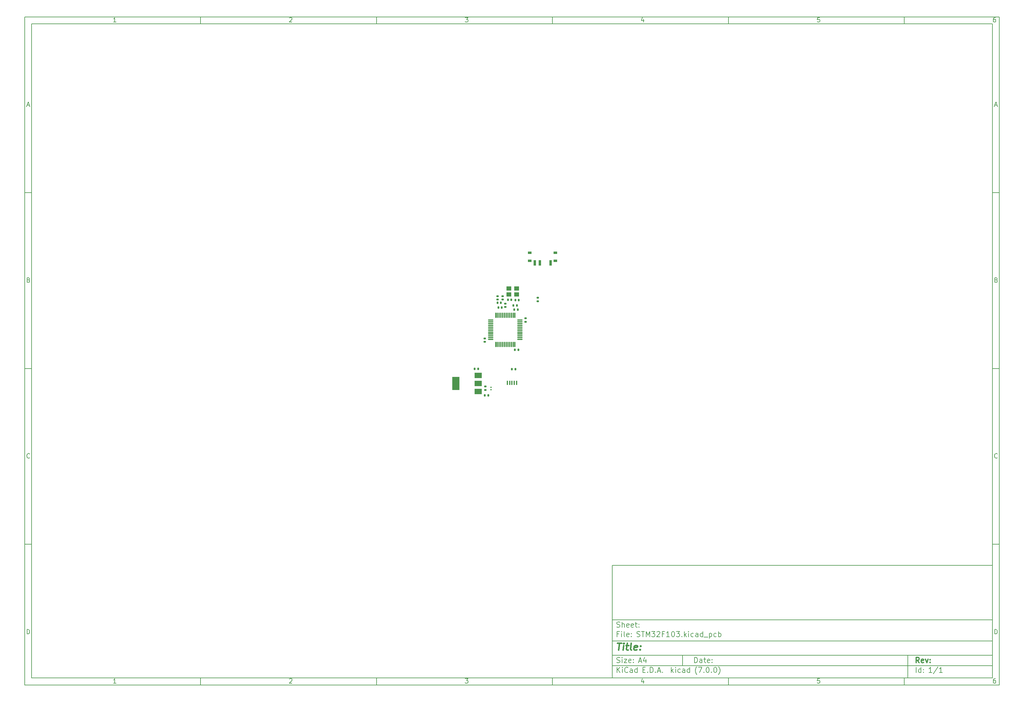
<source format=gbr>
%TF.GenerationSoftware,KiCad,Pcbnew,(7.0.0)*%
%TF.CreationDate,2023-03-08T00:24:42-05:00*%
%TF.ProjectId,STM32F103,53544d33-3246-4313-9033-2e6b69636164,rev?*%
%TF.SameCoordinates,Original*%
%TF.FileFunction,Paste,Top*%
%TF.FilePolarity,Positive*%
%FSLAX46Y46*%
G04 Gerber Fmt 4.6, Leading zero omitted, Abs format (unit mm)*
G04 Created by KiCad (PCBNEW (7.0.0)) date 2023-03-08 00:24:42*
%MOMM*%
%LPD*%
G01*
G04 APERTURE LIST*
G04 Aperture macros list*
%AMRoundRect*
0 Rectangle with rounded corners*
0 $1 Rounding radius*
0 $2 $3 $4 $5 $6 $7 $8 $9 X,Y pos of 4 corners*
0 Add a 4 corners polygon primitive as box body*
4,1,4,$2,$3,$4,$5,$6,$7,$8,$9,$2,$3,0*
0 Add four circle primitives for the rounded corners*
1,1,$1+$1,$2,$3*
1,1,$1+$1,$4,$5*
1,1,$1+$1,$6,$7*
1,1,$1+$1,$8,$9*
0 Add four rect primitives between the rounded corners*
20,1,$1+$1,$2,$3,$4,$5,0*
20,1,$1+$1,$4,$5,$6,$7,0*
20,1,$1+$1,$6,$7,$8,$9,0*
20,1,$1+$1,$8,$9,$2,$3,0*%
G04 Aperture macros list end*
%ADD10C,0.100000*%
%ADD11C,0.150000*%
%ADD12C,0.300000*%
%ADD13C,0.400000*%
%ADD14RoundRect,0.140000X0.140000X0.170000X-0.140000X0.170000X-0.140000X-0.170000X0.140000X-0.170000X0*%
%ADD15RoundRect,0.079500X0.100500X-0.079500X0.100500X0.079500X-0.100500X0.079500X-0.100500X-0.079500X0*%
%ADD16RoundRect,0.140000X-0.140000X-0.170000X0.140000X-0.170000X0.140000X0.170000X-0.140000X0.170000X0*%
%ADD17RoundRect,0.140000X-0.170000X0.140000X-0.170000X-0.140000X0.170000X-0.140000X0.170000X0.140000X0*%
%ADD18RoundRect,0.135000X-0.185000X0.135000X-0.185000X-0.135000X0.185000X-0.135000X0.185000X0.135000X0*%
%ADD19RoundRect,0.135000X0.135000X0.185000X-0.135000X0.185000X-0.135000X-0.185000X0.135000X-0.185000X0*%
%ADD20RoundRect,0.147500X-0.172500X0.147500X-0.172500X-0.147500X0.172500X-0.147500X0.172500X0.147500X0*%
%ADD21RoundRect,0.140000X0.170000X-0.140000X0.170000X0.140000X-0.170000X0.140000X-0.170000X-0.140000X0*%
%ADD22RoundRect,0.075000X-0.075000X0.662500X-0.075000X-0.662500X0.075000X-0.662500X0.075000X0.662500X0*%
%ADD23RoundRect,0.075000X-0.662500X0.075000X-0.662500X-0.075000X0.662500X-0.075000X0.662500X0.075000X0*%
%ADD24R,2.000000X1.500000*%
%ADD25R,2.000000X3.800000*%
%ADD26R,1.400000X1.200000*%
%ADD27R,1.000000X0.800000*%
%ADD28R,0.700000X1.500000*%
%ADD29R,0.450000X1.300000*%
G04 APERTURE END LIST*
D10*
D11*
X177002200Y-166007200D02*
X285002200Y-166007200D01*
X285002200Y-198007200D01*
X177002200Y-198007200D01*
X177002200Y-166007200D01*
D10*
D11*
X10000000Y-10000000D02*
X287002200Y-10000000D01*
X287002200Y-200007200D01*
X10000000Y-200007200D01*
X10000000Y-10000000D01*
D10*
D11*
X12000000Y-12000000D02*
X285002200Y-12000000D01*
X285002200Y-198007200D01*
X12000000Y-198007200D01*
X12000000Y-12000000D01*
D10*
D11*
X60000000Y-12000000D02*
X60000000Y-10000000D01*
D10*
D11*
X110000000Y-12000000D02*
X110000000Y-10000000D01*
D10*
D11*
X160000000Y-12000000D02*
X160000000Y-10000000D01*
D10*
D11*
X210000000Y-12000000D02*
X210000000Y-10000000D01*
D10*
D11*
X260000000Y-12000000D02*
X260000000Y-10000000D01*
D10*
D11*
X35990476Y-11477595D02*
X35247619Y-11477595D01*
X35619047Y-11477595D02*
X35619047Y-10177595D01*
X35619047Y-10177595D02*
X35495238Y-10363309D01*
X35495238Y-10363309D02*
X35371428Y-10487119D01*
X35371428Y-10487119D02*
X35247619Y-10549023D01*
D10*
D11*
X85247619Y-10301404D02*
X85309523Y-10239500D01*
X85309523Y-10239500D02*
X85433333Y-10177595D01*
X85433333Y-10177595D02*
X85742857Y-10177595D01*
X85742857Y-10177595D02*
X85866666Y-10239500D01*
X85866666Y-10239500D02*
X85928571Y-10301404D01*
X85928571Y-10301404D02*
X85990476Y-10425214D01*
X85990476Y-10425214D02*
X85990476Y-10549023D01*
X85990476Y-10549023D02*
X85928571Y-10734738D01*
X85928571Y-10734738D02*
X85185714Y-11477595D01*
X85185714Y-11477595D02*
X85990476Y-11477595D01*
D10*
D11*
X135185714Y-10177595D02*
X135990476Y-10177595D01*
X135990476Y-10177595D02*
X135557142Y-10672833D01*
X135557142Y-10672833D02*
X135742857Y-10672833D01*
X135742857Y-10672833D02*
X135866666Y-10734738D01*
X135866666Y-10734738D02*
X135928571Y-10796642D01*
X135928571Y-10796642D02*
X135990476Y-10920452D01*
X135990476Y-10920452D02*
X135990476Y-11229976D01*
X135990476Y-11229976D02*
X135928571Y-11353785D01*
X135928571Y-11353785D02*
X135866666Y-11415690D01*
X135866666Y-11415690D02*
X135742857Y-11477595D01*
X135742857Y-11477595D02*
X135371428Y-11477595D01*
X135371428Y-11477595D02*
X135247619Y-11415690D01*
X135247619Y-11415690D02*
X135185714Y-11353785D01*
D10*
D11*
X185866666Y-10610928D02*
X185866666Y-11477595D01*
X185557142Y-10115690D02*
X185247619Y-11044261D01*
X185247619Y-11044261D02*
X186052380Y-11044261D01*
D10*
D11*
X235928571Y-10177595D02*
X235309523Y-10177595D01*
X235309523Y-10177595D02*
X235247619Y-10796642D01*
X235247619Y-10796642D02*
X235309523Y-10734738D01*
X235309523Y-10734738D02*
X235433333Y-10672833D01*
X235433333Y-10672833D02*
X235742857Y-10672833D01*
X235742857Y-10672833D02*
X235866666Y-10734738D01*
X235866666Y-10734738D02*
X235928571Y-10796642D01*
X235928571Y-10796642D02*
X235990476Y-10920452D01*
X235990476Y-10920452D02*
X235990476Y-11229976D01*
X235990476Y-11229976D02*
X235928571Y-11353785D01*
X235928571Y-11353785D02*
X235866666Y-11415690D01*
X235866666Y-11415690D02*
X235742857Y-11477595D01*
X235742857Y-11477595D02*
X235433333Y-11477595D01*
X235433333Y-11477595D02*
X235309523Y-11415690D01*
X235309523Y-11415690D02*
X235247619Y-11353785D01*
D10*
D11*
X285866666Y-10177595D02*
X285619047Y-10177595D01*
X285619047Y-10177595D02*
X285495238Y-10239500D01*
X285495238Y-10239500D02*
X285433333Y-10301404D01*
X285433333Y-10301404D02*
X285309523Y-10487119D01*
X285309523Y-10487119D02*
X285247619Y-10734738D01*
X285247619Y-10734738D02*
X285247619Y-11229976D01*
X285247619Y-11229976D02*
X285309523Y-11353785D01*
X285309523Y-11353785D02*
X285371428Y-11415690D01*
X285371428Y-11415690D02*
X285495238Y-11477595D01*
X285495238Y-11477595D02*
X285742857Y-11477595D01*
X285742857Y-11477595D02*
X285866666Y-11415690D01*
X285866666Y-11415690D02*
X285928571Y-11353785D01*
X285928571Y-11353785D02*
X285990476Y-11229976D01*
X285990476Y-11229976D02*
X285990476Y-10920452D01*
X285990476Y-10920452D02*
X285928571Y-10796642D01*
X285928571Y-10796642D02*
X285866666Y-10734738D01*
X285866666Y-10734738D02*
X285742857Y-10672833D01*
X285742857Y-10672833D02*
X285495238Y-10672833D01*
X285495238Y-10672833D02*
X285371428Y-10734738D01*
X285371428Y-10734738D02*
X285309523Y-10796642D01*
X285309523Y-10796642D02*
X285247619Y-10920452D01*
D10*
D11*
X60000000Y-198007200D02*
X60000000Y-200007200D01*
D10*
D11*
X110000000Y-198007200D02*
X110000000Y-200007200D01*
D10*
D11*
X160000000Y-198007200D02*
X160000000Y-200007200D01*
D10*
D11*
X210000000Y-198007200D02*
X210000000Y-200007200D01*
D10*
D11*
X260000000Y-198007200D02*
X260000000Y-200007200D01*
D10*
D11*
X35990476Y-199484795D02*
X35247619Y-199484795D01*
X35619047Y-199484795D02*
X35619047Y-198184795D01*
X35619047Y-198184795D02*
X35495238Y-198370509D01*
X35495238Y-198370509D02*
X35371428Y-198494319D01*
X35371428Y-198494319D02*
X35247619Y-198556223D01*
D10*
D11*
X85247619Y-198308604D02*
X85309523Y-198246700D01*
X85309523Y-198246700D02*
X85433333Y-198184795D01*
X85433333Y-198184795D02*
X85742857Y-198184795D01*
X85742857Y-198184795D02*
X85866666Y-198246700D01*
X85866666Y-198246700D02*
X85928571Y-198308604D01*
X85928571Y-198308604D02*
X85990476Y-198432414D01*
X85990476Y-198432414D02*
X85990476Y-198556223D01*
X85990476Y-198556223D02*
X85928571Y-198741938D01*
X85928571Y-198741938D02*
X85185714Y-199484795D01*
X85185714Y-199484795D02*
X85990476Y-199484795D01*
D10*
D11*
X135185714Y-198184795D02*
X135990476Y-198184795D01*
X135990476Y-198184795D02*
X135557142Y-198680033D01*
X135557142Y-198680033D02*
X135742857Y-198680033D01*
X135742857Y-198680033D02*
X135866666Y-198741938D01*
X135866666Y-198741938D02*
X135928571Y-198803842D01*
X135928571Y-198803842D02*
X135990476Y-198927652D01*
X135990476Y-198927652D02*
X135990476Y-199237176D01*
X135990476Y-199237176D02*
X135928571Y-199360985D01*
X135928571Y-199360985D02*
X135866666Y-199422890D01*
X135866666Y-199422890D02*
X135742857Y-199484795D01*
X135742857Y-199484795D02*
X135371428Y-199484795D01*
X135371428Y-199484795D02*
X135247619Y-199422890D01*
X135247619Y-199422890D02*
X135185714Y-199360985D01*
D10*
D11*
X185866666Y-198618128D02*
X185866666Y-199484795D01*
X185557142Y-198122890D02*
X185247619Y-199051461D01*
X185247619Y-199051461D02*
X186052380Y-199051461D01*
D10*
D11*
X235928571Y-198184795D02*
X235309523Y-198184795D01*
X235309523Y-198184795D02*
X235247619Y-198803842D01*
X235247619Y-198803842D02*
X235309523Y-198741938D01*
X235309523Y-198741938D02*
X235433333Y-198680033D01*
X235433333Y-198680033D02*
X235742857Y-198680033D01*
X235742857Y-198680033D02*
X235866666Y-198741938D01*
X235866666Y-198741938D02*
X235928571Y-198803842D01*
X235928571Y-198803842D02*
X235990476Y-198927652D01*
X235990476Y-198927652D02*
X235990476Y-199237176D01*
X235990476Y-199237176D02*
X235928571Y-199360985D01*
X235928571Y-199360985D02*
X235866666Y-199422890D01*
X235866666Y-199422890D02*
X235742857Y-199484795D01*
X235742857Y-199484795D02*
X235433333Y-199484795D01*
X235433333Y-199484795D02*
X235309523Y-199422890D01*
X235309523Y-199422890D02*
X235247619Y-199360985D01*
D10*
D11*
X285866666Y-198184795D02*
X285619047Y-198184795D01*
X285619047Y-198184795D02*
X285495238Y-198246700D01*
X285495238Y-198246700D02*
X285433333Y-198308604D01*
X285433333Y-198308604D02*
X285309523Y-198494319D01*
X285309523Y-198494319D02*
X285247619Y-198741938D01*
X285247619Y-198741938D02*
X285247619Y-199237176D01*
X285247619Y-199237176D02*
X285309523Y-199360985D01*
X285309523Y-199360985D02*
X285371428Y-199422890D01*
X285371428Y-199422890D02*
X285495238Y-199484795D01*
X285495238Y-199484795D02*
X285742857Y-199484795D01*
X285742857Y-199484795D02*
X285866666Y-199422890D01*
X285866666Y-199422890D02*
X285928571Y-199360985D01*
X285928571Y-199360985D02*
X285990476Y-199237176D01*
X285990476Y-199237176D02*
X285990476Y-198927652D01*
X285990476Y-198927652D02*
X285928571Y-198803842D01*
X285928571Y-198803842D02*
X285866666Y-198741938D01*
X285866666Y-198741938D02*
X285742857Y-198680033D01*
X285742857Y-198680033D02*
X285495238Y-198680033D01*
X285495238Y-198680033D02*
X285371428Y-198741938D01*
X285371428Y-198741938D02*
X285309523Y-198803842D01*
X285309523Y-198803842D02*
X285247619Y-198927652D01*
D10*
D11*
X10000000Y-60000000D02*
X12000000Y-60000000D01*
D10*
D11*
X10000000Y-110000000D02*
X12000000Y-110000000D01*
D10*
D11*
X10000000Y-160000000D02*
X12000000Y-160000000D01*
D10*
D11*
X10690476Y-35106166D02*
X11309523Y-35106166D01*
X10566666Y-35477595D02*
X10999999Y-34177595D01*
X10999999Y-34177595D02*
X11433333Y-35477595D01*
D10*
D11*
X11092857Y-84796642D02*
X11278571Y-84858547D01*
X11278571Y-84858547D02*
X11340476Y-84920452D01*
X11340476Y-84920452D02*
X11402380Y-85044261D01*
X11402380Y-85044261D02*
X11402380Y-85229976D01*
X11402380Y-85229976D02*
X11340476Y-85353785D01*
X11340476Y-85353785D02*
X11278571Y-85415690D01*
X11278571Y-85415690D02*
X11154761Y-85477595D01*
X11154761Y-85477595D02*
X10659523Y-85477595D01*
X10659523Y-85477595D02*
X10659523Y-84177595D01*
X10659523Y-84177595D02*
X11092857Y-84177595D01*
X11092857Y-84177595D02*
X11216666Y-84239500D01*
X11216666Y-84239500D02*
X11278571Y-84301404D01*
X11278571Y-84301404D02*
X11340476Y-84425214D01*
X11340476Y-84425214D02*
X11340476Y-84549023D01*
X11340476Y-84549023D02*
X11278571Y-84672833D01*
X11278571Y-84672833D02*
X11216666Y-84734738D01*
X11216666Y-84734738D02*
X11092857Y-84796642D01*
X11092857Y-84796642D02*
X10659523Y-84796642D01*
D10*
D11*
X11402380Y-135353785D02*
X11340476Y-135415690D01*
X11340476Y-135415690D02*
X11154761Y-135477595D01*
X11154761Y-135477595D02*
X11030952Y-135477595D01*
X11030952Y-135477595D02*
X10845238Y-135415690D01*
X10845238Y-135415690D02*
X10721428Y-135291880D01*
X10721428Y-135291880D02*
X10659523Y-135168071D01*
X10659523Y-135168071D02*
X10597619Y-134920452D01*
X10597619Y-134920452D02*
X10597619Y-134734738D01*
X10597619Y-134734738D02*
X10659523Y-134487119D01*
X10659523Y-134487119D02*
X10721428Y-134363309D01*
X10721428Y-134363309D02*
X10845238Y-134239500D01*
X10845238Y-134239500D02*
X11030952Y-134177595D01*
X11030952Y-134177595D02*
X11154761Y-134177595D01*
X11154761Y-134177595D02*
X11340476Y-134239500D01*
X11340476Y-134239500D02*
X11402380Y-134301404D01*
D10*
D11*
X10659523Y-185477595D02*
X10659523Y-184177595D01*
X10659523Y-184177595D02*
X10969047Y-184177595D01*
X10969047Y-184177595D02*
X11154761Y-184239500D01*
X11154761Y-184239500D02*
X11278571Y-184363309D01*
X11278571Y-184363309D02*
X11340476Y-184487119D01*
X11340476Y-184487119D02*
X11402380Y-184734738D01*
X11402380Y-184734738D02*
X11402380Y-184920452D01*
X11402380Y-184920452D02*
X11340476Y-185168071D01*
X11340476Y-185168071D02*
X11278571Y-185291880D01*
X11278571Y-185291880D02*
X11154761Y-185415690D01*
X11154761Y-185415690D02*
X10969047Y-185477595D01*
X10969047Y-185477595D02*
X10659523Y-185477595D01*
D10*
D11*
X287002200Y-60000000D02*
X285002200Y-60000000D01*
D10*
D11*
X287002200Y-110000000D02*
X285002200Y-110000000D01*
D10*
D11*
X287002200Y-160000000D02*
X285002200Y-160000000D01*
D10*
D11*
X285692676Y-35106166D02*
X286311723Y-35106166D01*
X285568866Y-35477595D02*
X286002199Y-34177595D01*
X286002199Y-34177595D02*
X286435533Y-35477595D01*
D10*
D11*
X286095057Y-84796642D02*
X286280771Y-84858547D01*
X286280771Y-84858547D02*
X286342676Y-84920452D01*
X286342676Y-84920452D02*
X286404580Y-85044261D01*
X286404580Y-85044261D02*
X286404580Y-85229976D01*
X286404580Y-85229976D02*
X286342676Y-85353785D01*
X286342676Y-85353785D02*
X286280771Y-85415690D01*
X286280771Y-85415690D02*
X286156961Y-85477595D01*
X286156961Y-85477595D02*
X285661723Y-85477595D01*
X285661723Y-85477595D02*
X285661723Y-84177595D01*
X285661723Y-84177595D02*
X286095057Y-84177595D01*
X286095057Y-84177595D02*
X286218866Y-84239500D01*
X286218866Y-84239500D02*
X286280771Y-84301404D01*
X286280771Y-84301404D02*
X286342676Y-84425214D01*
X286342676Y-84425214D02*
X286342676Y-84549023D01*
X286342676Y-84549023D02*
X286280771Y-84672833D01*
X286280771Y-84672833D02*
X286218866Y-84734738D01*
X286218866Y-84734738D02*
X286095057Y-84796642D01*
X286095057Y-84796642D02*
X285661723Y-84796642D01*
D10*
D11*
X286404580Y-135353785D02*
X286342676Y-135415690D01*
X286342676Y-135415690D02*
X286156961Y-135477595D01*
X286156961Y-135477595D02*
X286033152Y-135477595D01*
X286033152Y-135477595D02*
X285847438Y-135415690D01*
X285847438Y-135415690D02*
X285723628Y-135291880D01*
X285723628Y-135291880D02*
X285661723Y-135168071D01*
X285661723Y-135168071D02*
X285599819Y-134920452D01*
X285599819Y-134920452D02*
X285599819Y-134734738D01*
X285599819Y-134734738D02*
X285661723Y-134487119D01*
X285661723Y-134487119D02*
X285723628Y-134363309D01*
X285723628Y-134363309D02*
X285847438Y-134239500D01*
X285847438Y-134239500D02*
X286033152Y-134177595D01*
X286033152Y-134177595D02*
X286156961Y-134177595D01*
X286156961Y-134177595D02*
X286342676Y-134239500D01*
X286342676Y-134239500D02*
X286404580Y-134301404D01*
D10*
D11*
X285661723Y-185477595D02*
X285661723Y-184177595D01*
X285661723Y-184177595D02*
X285971247Y-184177595D01*
X285971247Y-184177595D02*
X286156961Y-184239500D01*
X286156961Y-184239500D02*
X286280771Y-184363309D01*
X286280771Y-184363309D02*
X286342676Y-184487119D01*
X286342676Y-184487119D02*
X286404580Y-184734738D01*
X286404580Y-184734738D02*
X286404580Y-184920452D01*
X286404580Y-184920452D02*
X286342676Y-185168071D01*
X286342676Y-185168071D02*
X286280771Y-185291880D01*
X286280771Y-185291880D02*
X286156961Y-185415690D01*
X286156961Y-185415690D02*
X285971247Y-185477595D01*
X285971247Y-185477595D02*
X285661723Y-185477595D01*
D10*
D11*
X200359342Y-193658271D02*
X200359342Y-192158271D01*
X200359342Y-192158271D02*
X200716485Y-192158271D01*
X200716485Y-192158271D02*
X200930771Y-192229700D01*
X200930771Y-192229700D02*
X201073628Y-192372557D01*
X201073628Y-192372557D02*
X201145057Y-192515414D01*
X201145057Y-192515414D02*
X201216485Y-192801128D01*
X201216485Y-192801128D02*
X201216485Y-193015414D01*
X201216485Y-193015414D02*
X201145057Y-193301128D01*
X201145057Y-193301128D02*
X201073628Y-193443985D01*
X201073628Y-193443985D02*
X200930771Y-193586842D01*
X200930771Y-193586842D02*
X200716485Y-193658271D01*
X200716485Y-193658271D02*
X200359342Y-193658271D01*
X202502200Y-193658271D02*
X202502200Y-192872557D01*
X202502200Y-192872557D02*
X202430771Y-192729700D01*
X202430771Y-192729700D02*
X202287914Y-192658271D01*
X202287914Y-192658271D02*
X202002200Y-192658271D01*
X202002200Y-192658271D02*
X201859342Y-192729700D01*
X202502200Y-193586842D02*
X202359342Y-193658271D01*
X202359342Y-193658271D02*
X202002200Y-193658271D01*
X202002200Y-193658271D02*
X201859342Y-193586842D01*
X201859342Y-193586842D02*
X201787914Y-193443985D01*
X201787914Y-193443985D02*
X201787914Y-193301128D01*
X201787914Y-193301128D02*
X201859342Y-193158271D01*
X201859342Y-193158271D02*
X202002200Y-193086842D01*
X202002200Y-193086842D02*
X202359342Y-193086842D01*
X202359342Y-193086842D02*
X202502200Y-193015414D01*
X203002200Y-192658271D02*
X203573628Y-192658271D01*
X203216485Y-192158271D02*
X203216485Y-193443985D01*
X203216485Y-193443985D02*
X203287914Y-193586842D01*
X203287914Y-193586842D02*
X203430771Y-193658271D01*
X203430771Y-193658271D02*
X203573628Y-193658271D01*
X204645057Y-193586842D02*
X204502200Y-193658271D01*
X204502200Y-193658271D02*
X204216486Y-193658271D01*
X204216486Y-193658271D02*
X204073628Y-193586842D01*
X204073628Y-193586842D02*
X204002200Y-193443985D01*
X204002200Y-193443985D02*
X204002200Y-192872557D01*
X204002200Y-192872557D02*
X204073628Y-192729700D01*
X204073628Y-192729700D02*
X204216486Y-192658271D01*
X204216486Y-192658271D02*
X204502200Y-192658271D01*
X204502200Y-192658271D02*
X204645057Y-192729700D01*
X204645057Y-192729700D02*
X204716486Y-192872557D01*
X204716486Y-192872557D02*
X204716486Y-193015414D01*
X204716486Y-193015414D02*
X204002200Y-193158271D01*
X205359342Y-193515414D02*
X205430771Y-193586842D01*
X205430771Y-193586842D02*
X205359342Y-193658271D01*
X205359342Y-193658271D02*
X205287914Y-193586842D01*
X205287914Y-193586842D02*
X205359342Y-193515414D01*
X205359342Y-193515414D02*
X205359342Y-193658271D01*
X205359342Y-192729700D02*
X205430771Y-192801128D01*
X205430771Y-192801128D02*
X205359342Y-192872557D01*
X205359342Y-192872557D02*
X205287914Y-192801128D01*
X205287914Y-192801128D02*
X205359342Y-192729700D01*
X205359342Y-192729700D02*
X205359342Y-192872557D01*
D10*
D11*
X177002200Y-194507200D02*
X285002200Y-194507200D01*
D10*
D11*
X178359342Y-196458271D02*
X178359342Y-194958271D01*
X179216485Y-196458271D02*
X178573628Y-195601128D01*
X179216485Y-194958271D02*
X178359342Y-195815414D01*
X179859342Y-196458271D02*
X179859342Y-195458271D01*
X179859342Y-194958271D02*
X179787914Y-195029700D01*
X179787914Y-195029700D02*
X179859342Y-195101128D01*
X179859342Y-195101128D02*
X179930771Y-195029700D01*
X179930771Y-195029700D02*
X179859342Y-194958271D01*
X179859342Y-194958271D02*
X179859342Y-195101128D01*
X181430771Y-196315414D02*
X181359343Y-196386842D01*
X181359343Y-196386842D02*
X181145057Y-196458271D01*
X181145057Y-196458271D02*
X181002200Y-196458271D01*
X181002200Y-196458271D02*
X180787914Y-196386842D01*
X180787914Y-196386842D02*
X180645057Y-196243985D01*
X180645057Y-196243985D02*
X180573628Y-196101128D01*
X180573628Y-196101128D02*
X180502200Y-195815414D01*
X180502200Y-195815414D02*
X180502200Y-195601128D01*
X180502200Y-195601128D02*
X180573628Y-195315414D01*
X180573628Y-195315414D02*
X180645057Y-195172557D01*
X180645057Y-195172557D02*
X180787914Y-195029700D01*
X180787914Y-195029700D02*
X181002200Y-194958271D01*
X181002200Y-194958271D02*
X181145057Y-194958271D01*
X181145057Y-194958271D02*
X181359343Y-195029700D01*
X181359343Y-195029700D02*
X181430771Y-195101128D01*
X182716486Y-196458271D02*
X182716486Y-195672557D01*
X182716486Y-195672557D02*
X182645057Y-195529700D01*
X182645057Y-195529700D02*
X182502200Y-195458271D01*
X182502200Y-195458271D02*
X182216486Y-195458271D01*
X182216486Y-195458271D02*
X182073628Y-195529700D01*
X182716486Y-196386842D02*
X182573628Y-196458271D01*
X182573628Y-196458271D02*
X182216486Y-196458271D01*
X182216486Y-196458271D02*
X182073628Y-196386842D01*
X182073628Y-196386842D02*
X182002200Y-196243985D01*
X182002200Y-196243985D02*
X182002200Y-196101128D01*
X182002200Y-196101128D02*
X182073628Y-195958271D01*
X182073628Y-195958271D02*
X182216486Y-195886842D01*
X182216486Y-195886842D02*
X182573628Y-195886842D01*
X182573628Y-195886842D02*
X182716486Y-195815414D01*
X184073629Y-196458271D02*
X184073629Y-194958271D01*
X184073629Y-196386842D02*
X183930771Y-196458271D01*
X183930771Y-196458271D02*
X183645057Y-196458271D01*
X183645057Y-196458271D02*
X183502200Y-196386842D01*
X183502200Y-196386842D02*
X183430771Y-196315414D01*
X183430771Y-196315414D02*
X183359343Y-196172557D01*
X183359343Y-196172557D02*
X183359343Y-195743985D01*
X183359343Y-195743985D02*
X183430771Y-195601128D01*
X183430771Y-195601128D02*
X183502200Y-195529700D01*
X183502200Y-195529700D02*
X183645057Y-195458271D01*
X183645057Y-195458271D02*
X183930771Y-195458271D01*
X183930771Y-195458271D02*
X184073629Y-195529700D01*
X185687914Y-195672557D02*
X186187914Y-195672557D01*
X186402200Y-196458271D02*
X185687914Y-196458271D01*
X185687914Y-196458271D02*
X185687914Y-194958271D01*
X185687914Y-194958271D02*
X186402200Y-194958271D01*
X187045057Y-196315414D02*
X187116486Y-196386842D01*
X187116486Y-196386842D02*
X187045057Y-196458271D01*
X187045057Y-196458271D02*
X186973629Y-196386842D01*
X186973629Y-196386842D02*
X187045057Y-196315414D01*
X187045057Y-196315414D02*
X187045057Y-196458271D01*
X187759343Y-196458271D02*
X187759343Y-194958271D01*
X187759343Y-194958271D02*
X188116486Y-194958271D01*
X188116486Y-194958271D02*
X188330772Y-195029700D01*
X188330772Y-195029700D02*
X188473629Y-195172557D01*
X188473629Y-195172557D02*
X188545058Y-195315414D01*
X188545058Y-195315414D02*
X188616486Y-195601128D01*
X188616486Y-195601128D02*
X188616486Y-195815414D01*
X188616486Y-195815414D02*
X188545058Y-196101128D01*
X188545058Y-196101128D02*
X188473629Y-196243985D01*
X188473629Y-196243985D02*
X188330772Y-196386842D01*
X188330772Y-196386842D02*
X188116486Y-196458271D01*
X188116486Y-196458271D02*
X187759343Y-196458271D01*
X189259343Y-196315414D02*
X189330772Y-196386842D01*
X189330772Y-196386842D02*
X189259343Y-196458271D01*
X189259343Y-196458271D02*
X189187915Y-196386842D01*
X189187915Y-196386842D02*
X189259343Y-196315414D01*
X189259343Y-196315414D02*
X189259343Y-196458271D01*
X189902201Y-196029700D02*
X190616487Y-196029700D01*
X189759344Y-196458271D02*
X190259344Y-194958271D01*
X190259344Y-194958271D02*
X190759344Y-196458271D01*
X191259343Y-196315414D02*
X191330772Y-196386842D01*
X191330772Y-196386842D02*
X191259343Y-196458271D01*
X191259343Y-196458271D02*
X191187915Y-196386842D01*
X191187915Y-196386842D02*
X191259343Y-196315414D01*
X191259343Y-196315414D02*
X191259343Y-196458271D01*
X193773629Y-196458271D02*
X193773629Y-194958271D01*
X193916487Y-195886842D02*
X194345058Y-196458271D01*
X194345058Y-195458271D02*
X193773629Y-196029700D01*
X194987915Y-196458271D02*
X194987915Y-195458271D01*
X194987915Y-194958271D02*
X194916487Y-195029700D01*
X194916487Y-195029700D02*
X194987915Y-195101128D01*
X194987915Y-195101128D02*
X195059344Y-195029700D01*
X195059344Y-195029700D02*
X194987915Y-194958271D01*
X194987915Y-194958271D02*
X194987915Y-195101128D01*
X196345059Y-196386842D02*
X196202201Y-196458271D01*
X196202201Y-196458271D02*
X195916487Y-196458271D01*
X195916487Y-196458271D02*
X195773630Y-196386842D01*
X195773630Y-196386842D02*
X195702201Y-196315414D01*
X195702201Y-196315414D02*
X195630773Y-196172557D01*
X195630773Y-196172557D02*
X195630773Y-195743985D01*
X195630773Y-195743985D02*
X195702201Y-195601128D01*
X195702201Y-195601128D02*
X195773630Y-195529700D01*
X195773630Y-195529700D02*
X195916487Y-195458271D01*
X195916487Y-195458271D02*
X196202201Y-195458271D01*
X196202201Y-195458271D02*
X196345059Y-195529700D01*
X197630773Y-196458271D02*
X197630773Y-195672557D01*
X197630773Y-195672557D02*
X197559344Y-195529700D01*
X197559344Y-195529700D02*
X197416487Y-195458271D01*
X197416487Y-195458271D02*
X197130773Y-195458271D01*
X197130773Y-195458271D02*
X196987915Y-195529700D01*
X197630773Y-196386842D02*
X197487915Y-196458271D01*
X197487915Y-196458271D02*
X197130773Y-196458271D01*
X197130773Y-196458271D02*
X196987915Y-196386842D01*
X196987915Y-196386842D02*
X196916487Y-196243985D01*
X196916487Y-196243985D02*
X196916487Y-196101128D01*
X196916487Y-196101128D02*
X196987915Y-195958271D01*
X196987915Y-195958271D02*
X197130773Y-195886842D01*
X197130773Y-195886842D02*
X197487915Y-195886842D01*
X197487915Y-195886842D02*
X197630773Y-195815414D01*
X198987916Y-196458271D02*
X198987916Y-194958271D01*
X198987916Y-196386842D02*
X198845058Y-196458271D01*
X198845058Y-196458271D02*
X198559344Y-196458271D01*
X198559344Y-196458271D02*
X198416487Y-196386842D01*
X198416487Y-196386842D02*
X198345058Y-196315414D01*
X198345058Y-196315414D02*
X198273630Y-196172557D01*
X198273630Y-196172557D02*
X198273630Y-195743985D01*
X198273630Y-195743985D02*
X198345058Y-195601128D01*
X198345058Y-195601128D02*
X198416487Y-195529700D01*
X198416487Y-195529700D02*
X198559344Y-195458271D01*
X198559344Y-195458271D02*
X198845058Y-195458271D01*
X198845058Y-195458271D02*
X198987916Y-195529700D01*
X201030773Y-197029700D02*
X200959344Y-196958271D01*
X200959344Y-196958271D02*
X200816487Y-196743985D01*
X200816487Y-196743985D02*
X200745059Y-196601128D01*
X200745059Y-196601128D02*
X200673630Y-196386842D01*
X200673630Y-196386842D02*
X200602201Y-196029700D01*
X200602201Y-196029700D02*
X200602201Y-195743985D01*
X200602201Y-195743985D02*
X200673630Y-195386842D01*
X200673630Y-195386842D02*
X200745059Y-195172557D01*
X200745059Y-195172557D02*
X200816487Y-195029700D01*
X200816487Y-195029700D02*
X200959344Y-194815414D01*
X200959344Y-194815414D02*
X201030773Y-194743985D01*
X201459344Y-194958271D02*
X202459344Y-194958271D01*
X202459344Y-194958271D02*
X201816487Y-196458271D01*
X203030772Y-196315414D02*
X203102201Y-196386842D01*
X203102201Y-196386842D02*
X203030772Y-196458271D01*
X203030772Y-196458271D02*
X202959344Y-196386842D01*
X202959344Y-196386842D02*
X203030772Y-196315414D01*
X203030772Y-196315414D02*
X203030772Y-196458271D01*
X204030773Y-194958271D02*
X204173630Y-194958271D01*
X204173630Y-194958271D02*
X204316487Y-195029700D01*
X204316487Y-195029700D02*
X204387916Y-195101128D01*
X204387916Y-195101128D02*
X204459344Y-195243985D01*
X204459344Y-195243985D02*
X204530773Y-195529700D01*
X204530773Y-195529700D02*
X204530773Y-195886842D01*
X204530773Y-195886842D02*
X204459344Y-196172557D01*
X204459344Y-196172557D02*
X204387916Y-196315414D01*
X204387916Y-196315414D02*
X204316487Y-196386842D01*
X204316487Y-196386842D02*
X204173630Y-196458271D01*
X204173630Y-196458271D02*
X204030773Y-196458271D01*
X204030773Y-196458271D02*
X203887916Y-196386842D01*
X203887916Y-196386842D02*
X203816487Y-196315414D01*
X203816487Y-196315414D02*
X203745058Y-196172557D01*
X203745058Y-196172557D02*
X203673630Y-195886842D01*
X203673630Y-195886842D02*
X203673630Y-195529700D01*
X203673630Y-195529700D02*
X203745058Y-195243985D01*
X203745058Y-195243985D02*
X203816487Y-195101128D01*
X203816487Y-195101128D02*
X203887916Y-195029700D01*
X203887916Y-195029700D02*
X204030773Y-194958271D01*
X205173629Y-196315414D02*
X205245058Y-196386842D01*
X205245058Y-196386842D02*
X205173629Y-196458271D01*
X205173629Y-196458271D02*
X205102201Y-196386842D01*
X205102201Y-196386842D02*
X205173629Y-196315414D01*
X205173629Y-196315414D02*
X205173629Y-196458271D01*
X206173630Y-194958271D02*
X206316487Y-194958271D01*
X206316487Y-194958271D02*
X206459344Y-195029700D01*
X206459344Y-195029700D02*
X206530773Y-195101128D01*
X206530773Y-195101128D02*
X206602201Y-195243985D01*
X206602201Y-195243985D02*
X206673630Y-195529700D01*
X206673630Y-195529700D02*
X206673630Y-195886842D01*
X206673630Y-195886842D02*
X206602201Y-196172557D01*
X206602201Y-196172557D02*
X206530773Y-196315414D01*
X206530773Y-196315414D02*
X206459344Y-196386842D01*
X206459344Y-196386842D02*
X206316487Y-196458271D01*
X206316487Y-196458271D02*
X206173630Y-196458271D01*
X206173630Y-196458271D02*
X206030773Y-196386842D01*
X206030773Y-196386842D02*
X205959344Y-196315414D01*
X205959344Y-196315414D02*
X205887915Y-196172557D01*
X205887915Y-196172557D02*
X205816487Y-195886842D01*
X205816487Y-195886842D02*
X205816487Y-195529700D01*
X205816487Y-195529700D02*
X205887915Y-195243985D01*
X205887915Y-195243985D02*
X205959344Y-195101128D01*
X205959344Y-195101128D02*
X206030773Y-195029700D01*
X206030773Y-195029700D02*
X206173630Y-194958271D01*
X207173629Y-197029700D02*
X207245058Y-196958271D01*
X207245058Y-196958271D02*
X207387915Y-196743985D01*
X207387915Y-196743985D02*
X207459344Y-196601128D01*
X207459344Y-196601128D02*
X207530772Y-196386842D01*
X207530772Y-196386842D02*
X207602201Y-196029700D01*
X207602201Y-196029700D02*
X207602201Y-195743985D01*
X207602201Y-195743985D02*
X207530772Y-195386842D01*
X207530772Y-195386842D02*
X207459344Y-195172557D01*
X207459344Y-195172557D02*
X207387915Y-195029700D01*
X207387915Y-195029700D02*
X207245058Y-194815414D01*
X207245058Y-194815414D02*
X207173629Y-194743985D01*
D10*
D11*
X177002200Y-191507200D02*
X285002200Y-191507200D01*
D10*
D12*
X264216485Y-193658271D02*
X263716485Y-192943985D01*
X263359342Y-193658271D02*
X263359342Y-192158271D01*
X263359342Y-192158271D02*
X263930771Y-192158271D01*
X263930771Y-192158271D02*
X264073628Y-192229700D01*
X264073628Y-192229700D02*
X264145057Y-192301128D01*
X264145057Y-192301128D02*
X264216485Y-192443985D01*
X264216485Y-192443985D02*
X264216485Y-192658271D01*
X264216485Y-192658271D02*
X264145057Y-192801128D01*
X264145057Y-192801128D02*
X264073628Y-192872557D01*
X264073628Y-192872557D02*
X263930771Y-192943985D01*
X263930771Y-192943985D02*
X263359342Y-192943985D01*
X265430771Y-193586842D02*
X265287914Y-193658271D01*
X265287914Y-193658271D02*
X265002200Y-193658271D01*
X265002200Y-193658271D02*
X264859342Y-193586842D01*
X264859342Y-193586842D02*
X264787914Y-193443985D01*
X264787914Y-193443985D02*
X264787914Y-192872557D01*
X264787914Y-192872557D02*
X264859342Y-192729700D01*
X264859342Y-192729700D02*
X265002200Y-192658271D01*
X265002200Y-192658271D02*
X265287914Y-192658271D01*
X265287914Y-192658271D02*
X265430771Y-192729700D01*
X265430771Y-192729700D02*
X265502200Y-192872557D01*
X265502200Y-192872557D02*
X265502200Y-193015414D01*
X265502200Y-193015414D02*
X264787914Y-193158271D01*
X266002199Y-192658271D02*
X266359342Y-193658271D01*
X266359342Y-193658271D02*
X266716485Y-192658271D01*
X267287913Y-193515414D02*
X267359342Y-193586842D01*
X267359342Y-193586842D02*
X267287913Y-193658271D01*
X267287913Y-193658271D02*
X267216485Y-193586842D01*
X267216485Y-193586842D02*
X267287913Y-193515414D01*
X267287913Y-193515414D02*
X267287913Y-193658271D01*
X267287913Y-192729700D02*
X267359342Y-192801128D01*
X267359342Y-192801128D02*
X267287913Y-192872557D01*
X267287913Y-192872557D02*
X267216485Y-192801128D01*
X267216485Y-192801128D02*
X267287913Y-192729700D01*
X267287913Y-192729700D02*
X267287913Y-192872557D01*
D10*
D11*
X178287914Y-193586842D02*
X178502200Y-193658271D01*
X178502200Y-193658271D02*
X178859342Y-193658271D01*
X178859342Y-193658271D02*
X179002200Y-193586842D01*
X179002200Y-193586842D02*
X179073628Y-193515414D01*
X179073628Y-193515414D02*
X179145057Y-193372557D01*
X179145057Y-193372557D02*
X179145057Y-193229700D01*
X179145057Y-193229700D02*
X179073628Y-193086842D01*
X179073628Y-193086842D02*
X179002200Y-193015414D01*
X179002200Y-193015414D02*
X178859342Y-192943985D01*
X178859342Y-192943985D02*
X178573628Y-192872557D01*
X178573628Y-192872557D02*
X178430771Y-192801128D01*
X178430771Y-192801128D02*
X178359342Y-192729700D01*
X178359342Y-192729700D02*
X178287914Y-192586842D01*
X178287914Y-192586842D02*
X178287914Y-192443985D01*
X178287914Y-192443985D02*
X178359342Y-192301128D01*
X178359342Y-192301128D02*
X178430771Y-192229700D01*
X178430771Y-192229700D02*
X178573628Y-192158271D01*
X178573628Y-192158271D02*
X178930771Y-192158271D01*
X178930771Y-192158271D02*
X179145057Y-192229700D01*
X179787913Y-193658271D02*
X179787913Y-192658271D01*
X179787913Y-192158271D02*
X179716485Y-192229700D01*
X179716485Y-192229700D02*
X179787913Y-192301128D01*
X179787913Y-192301128D02*
X179859342Y-192229700D01*
X179859342Y-192229700D02*
X179787913Y-192158271D01*
X179787913Y-192158271D02*
X179787913Y-192301128D01*
X180359342Y-192658271D02*
X181145057Y-192658271D01*
X181145057Y-192658271D02*
X180359342Y-193658271D01*
X180359342Y-193658271D02*
X181145057Y-193658271D01*
X182287914Y-193586842D02*
X182145057Y-193658271D01*
X182145057Y-193658271D02*
X181859343Y-193658271D01*
X181859343Y-193658271D02*
X181716485Y-193586842D01*
X181716485Y-193586842D02*
X181645057Y-193443985D01*
X181645057Y-193443985D02*
X181645057Y-192872557D01*
X181645057Y-192872557D02*
X181716485Y-192729700D01*
X181716485Y-192729700D02*
X181859343Y-192658271D01*
X181859343Y-192658271D02*
X182145057Y-192658271D01*
X182145057Y-192658271D02*
X182287914Y-192729700D01*
X182287914Y-192729700D02*
X182359343Y-192872557D01*
X182359343Y-192872557D02*
X182359343Y-193015414D01*
X182359343Y-193015414D02*
X181645057Y-193158271D01*
X183002199Y-193515414D02*
X183073628Y-193586842D01*
X183073628Y-193586842D02*
X183002199Y-193658271D01*
X183002199Y-193658271D02*
X182930771Y-193586842D01*
X182930771Y-193586842D02*
X183002199Y-193515414D01*
X183002199Y-193515414D02*
X183002199Y-193658271D01*
X183002199Y-192729700D02*
X183073628Y-192801128D01*
X183073628Y-192801128D02*
X183002199Y-192872557D01*
X183002199Y-192872557D02*
X182930771Y-192801128D01*
X182930771Y-192801128D02*
X183002199Y-192729700D01*
X183002199Y-192729700D02*
X183002199Y-192872557D01*
X184545057Y-193229700D02*
X185259343Y-193229700D01*
X184402200Y-193658271D02*
X184902200Y-192158271D01*
X184902200Y-192158271D02*
X185402200Y-193658271D01*
X186545057Y-192658271D02*
X186545057Y-193658271D01*
X186187914Y-192086842D02*
X185830771Y-193158271D01*
X185830771Y-193158271D02*
X186759342Y-193158271D01*
D10*
D11*
X263359342Y-196458271D02*
X263359342Y-194958271D01*
X264716486Y-196458271D02*
X264716486Y-194958271D01*
X264716486Y-196386842D02*
X264573628Y-196458271D01*
X264573628Y-196458271D02*
X264287914Y-196458271D01*
X264287914Y-196458271D02*
X264145057Y-196386842D01*
X264145057Y-196386842D02*
X264073628Y-196315414D01*
X264073628Y-196315414D02*
X264002200Y-196172557D01*
X264002200Y-196172557D02*
X264002200Y-195743985D01*
X264002200Y-195743985D02*
X264073628Y-195601128D01*
X264073628Y-195601128D02*
X264145057Y-195529700D01*
X264145057Y-195529700D02*
X264287914Y-195458271D01*
X264287914Y-195458271D02*
X264573628Y-195458271D01*
X264573628Y-195458271D02*
X264716486Y-195529700D01*
X265430771Y-196315414D02*
X265502200Y-196386842D01*
X265502200Y-196386842D02*
X265430771Y-196458271D01*
X265430771Y-196458271D02*
X265359343Y-196386842D01*
X265359343Y-196386842D02*
X265430771Y-196315414D01*
X265430771Y-196315414D02*
X265430771Y-196458271D01*
X265430771Y-195529700D02*
X265502200Y-195601128D01*
X265502200Y-195601128D02*
X265430771Y-195672557D01*
X265430771Y-195672557D02*
X265359343Y-195601128D01*
X265359343Y-195601128D02*
X265430771Y-195529700D01*
X265430771Y-195529700D02*
X265430771Y-195672557D01*
X267830772Y-196458271D02*
X266973629Y-196458271D01*
X267402200Y-196458271D02*
X267402200Y-194958271D01*
X267402200Y-194958271D02*
X267259343Y-195172557D01*
X267259343Y-195172557D02*
X267116486Y-195315414D01*
X267116486Y-195315414D02*
X266973629Y-195386842D01*
X269545057Y-194886842D02*
X268259343Y-196815414D01*
X270830772Y-196458271D02*
X269973629Y-196458271D01*
X270402200Y-196458271D02*
X270402200Y-194958271D01*
X270402200Y-194958271D02*
X270259343Y-195172557D01*
X270259343Y-195172557D02*
X270116486Y-195315414D01*
X270116486Y-195315414D02*
X269973629Y-195386842D01*
D10*
D11*
X177002200Y-187507200D02*
X285002200Y-187507200D01*
D10*
D13*
X178454580Y-188041961D02*
X179597438Y-188041961D01*
X178776009Y-190041961D02*
X179026009Y-188041961D01*
X180014105Y-190041961D02*
X180180771Y-188708628D01*
X180264105Y-188041961D02*
X180156962Y-188137200D01*
X180156962Y-188137200D02*
X180240295Y-188232438D01*
X180240295Y-188232438D02*
X180347438Y-188137200D01*
X180347438Y-188137200D02*
X180264105Y-188041961D01*
X180264105Y-188041961D02*
X180240295Y-188232438D01*
X180847438Y-188708628D02*
X181609343Y-188708628D01*
X181216486Y-188041961D02*
X181002200Y-189756247D01*
X181002200Y-189756247D02*
X181073629Y-189946723D01*
X181073629Y-189946723D02*
X181252200Y-190041961D01*
X181252200Y-190041961D02*
X181442676Y-190041961D01*
X182395057Y-190041961D02*
X182216486Y-189946723D01*
X182216486Y-189946723D02*
X182145057Y-189756247D01*
X182145057Y-189756247D02*
X182359343Y-188041961D01*
X183930771Y-189946723D02*
X183728390Y-190041961D01*
X183728390Y-190041961D02*
X183347438Y-190041961D01*
X183347438Y-190041961D02*
X183168867Y-189946723D01*
X183168867Y-189946723D02*
X183097438Y-189756247D01*
X183097438Y-189756247D02*
X183192676Y-188994342D01*
X183192676Y-188994342D02*
X183311724Y-188803866D01*
X183311724Y-188803866D02*
X183514105Y-188708628D01*
X183514105Y-188708628D02*
X183895057Y-188708628D01*
X183895057Y-188708628D02*
X184073628Y-188803866D01*
X184073628Y-188803866D02*
X184145057Y-188994342D01*
X184145057Y-188994342D02*
X184121247Y-189184819D01*
X184121247Y-189184819D02*
X183145057Y-189375295D01*
X184895057Y-189851485D02*
X184978391Y-189946723D01*
X184978391Y-189946723D02*
X184871248Y-190041961D01*
X184871248Y-190041961D02*
X184787914Y-189946723D01*
X184787914Y-189946723D02*
X184895057Y-189851485D01*
X184895057Y-189851485D02*
X184871248Y-190041961D01*
X185026010Y-188803866D02*
X185109343Y-188899104D01*
X185109343Y-188899104D02*
X185002200Y-188994342D01*
X185002200Y-188994342D02*
X184918867Y-188899104D01*
X184918867Y-188899104D02*
X185026010Y-188803866D01*
X185026010Y-188803866D02*
X185002200Y-188994342D01*
D10*
D11*
X178859342Y-185472557D02*
X178359342Y-185472557D01*
X178359342Y-186258271D02*
X178359342Y-184758271D01*
X178359342Y-184758271D02*
X179073628Y-184758271D01*
X179645056Y-186258271D02*
X179645056Y-185258271D01*
X179645056Y-184758271D02*
X179573628Y-184829700D01*
X179573628Y-184829700D02*
X179645056Y-184901128D01*
X179645056Y-184901128D02*
X179716485Y-184829700D01*
X179716485Y-184829700D02*
X179645056Y-184758271D01*
X179645056Y-184758271D02*
X179645056Y-184901128D01*
X180573628Y-186258271D02*
X180430771Y-186186842D01*
X180430771Y-186186842D02*
X180359342Y-186043985D01*
X180359342Y-186043985D02*
X180359342Y-184758271D01*
X181716485Y-186186842D02*
X181573628Y-186258271D01*
X181573628Y-186258271D02*
X181287914Y-186258271D01*
X181287914Y-186258271D02*
X181145056Y-186186842D01*
X181145056Y-186186842D02*
X181073628Y-186043985D01*
X181073628Y-186043985D02*
X181073628Y-185472557D01*
X181073628Y-185472557D02*
X181145056Y-185329700D01*
X181145056Y-185329700D02*
X181287914Y-185258271D01*
X181287914Y-185258271D02*
X181573628Y-185258271D01*
X181573628Y-185258271D02*
X181716485Y-185329700D01*
X181716485Y-185329700D02*
X181787914Y-185472557D01*
X181787914Y-185472557D02*
X181787914Y-185615414D01*
X181787914Y-185615414D02*
X181073628Y-185758271D01*
X182430770Y-186115414D02*
X182502199Y-186186842D01*
X182502199Y-186186842D02*
X182430770Y-186258271D01*
X182430770Y-186258271D02*
X182359342Y-186186842D01*
X182359342Y-186186842D02*
X182430770Y-186115414D01*
X182430770Y-186115414D02*
X182430770Y-186258271D01*
X182430770Y-185329700D02*
X182502199Y-185401128D01*
X182502199Y-185401128D02*
X182430770Y-185472557D01*
X182430770Y-185472557D02*
X182359342Y-185401128D01*
X182359342Y-185401128D02*
X182430770Y-185329700D01*
X182430770Y-185329700D02*
X182430770Y-185472557D01*
X183973628Y-186186842D02*
X184187914Y-186258271D01*
X184187914Y-186258271D02*
X184545056Y-186258271D01*
X184545056Y-186258271D02*
X184687914Y-186186842D01*
X184687914Y-186186842D02*
X184759342Y-186115414D01*
X184759342Y-186115414D02*
X184830771Y-185972557D01*
X184830771Y-185972557D02*
X184830771Y-185829700D01*
X184830771Y-185829700D02*
X184759342Y-185686842D01*
X184759342Y-185686842D02*
X184687914Y-185615414D01*
X184687914Y-185615414D02*
X184545056Y-185543985D01*
X184545056Y-185543985D02*
X184259342Y-185472557D01*
X184259342Y-185472557D02*
X184116485Y-185401128D01*
X184116485Y-185401128D02*
X184045056Y-185329700D01*
X184045056Y-185329700D02*
X183973628Y-185186842D01*
X183973628Y-185186842D02*
X183973628Y-185043985D01*
X183973628Y-185043985D02*
X184045056Y-184901128D01*
X184045056Y-184901128D02*
X184116485Y-184829700D01*
X184116485Y-184829700D02*
X184259342Y-184758271D01*
X184259342Y-184758271D02*
X184616485Y-184758271D01*
X184616485Y-184758271D02*
X184830771Y-184829700D01*
X185259342Y-184758271D02*
X186116485Y-184758271D01*
X185687913Y-186258271D02*
X185687913Y-184758271D01*
X186616484Y-186258271D02*
X186616484Y-184758271D01*
X186616484Y-184758271D02*
X187116484Y-185829700D01*
X187116484Y-185829700D02*
X187616484Y-184758271D01*
X187616484Y-184758271D02*
X187616484Y-186258271D01*
X188187913Y-184758271D02*
X189116485Y-184758271D01*
X189116485Y-184758271D02*
X188616485Y-185329700D01*
X188616485Y-185329700D02*
X188830770Y-185329700D01*
X188830770Y-185329700D02*
X188973628Y-185401128D01*
X188973628Y-185401128D02*
X189045056Y-185472557D01*
X189045056Y-185472557D02*
X189116485Y-185615414D01*
X189116485Y-185615414D02*
X189116485Y-185972557D01*
X189116485Y-185972557D02*
X189045056Y-186115414D01*
X189045056Y-186115414D02*
X188973628Y-186186842D01*
X188973628Y-186186842D02*
X188830770Y-186258271D01*
X188830770Y-186258271D02*
X188402199Y-186258271D01*
X188402199Y-186258271D02*
X188259342Y-186186842D01*
X188259342Y-186186842D02*
X188187913Y-186115414D01*
X189687913Y-184901128D02*
X189759341Y-184829700D01*
X189759341Y-184829700D02*
X189902199Y-184758271D01*
X189902199Y-184758271D02*
X190259341Y-184758271D01*
X190259341Y-184758271D02*
X190402199Y-184829700D01*
X190402199Y-184829700D02*
X190473627Y-184901128D01*
X190473627Y-184901128D02*
X190545056Y-185043985D01*
X190545056Y-185043985D02*
X190545056Y-185186842D01*
X190545056Y-185186842D02*
X190473627Y-185401128D01*
X190473627Y-185401128D02*
X189616484Y-186258271D01*
X189616484Y-186258271D02*
X190545056Y-186258271D01*
X191687912Y-185472557D02*
X191187912Y-185472557D01*
X191187912Y-186258271D02*
X191187912Y-184758271D01*
X191187912Y-184758271D02*
X191902198Y-184758271D01*
X193259341Y-186258271D02*
X192402198Y-186258271D01*
X192830769Y-186258271D02*
X192830769Y-184758271D01*
X192830769Y-184758271D02*
X192687912Y-184972557D01*
X192687912Y-184972557D02*
X192545055Y-185115414D01*
X192545055Y-185115414D02*
X192402198Y-185186842D01*
X194187912Y-184758271D02*
X194330769Y-184758271D01*
X194330769Y-184758271D02*
X194473626Y-184829700D01*
X194473626Y-184829700D02*
X194545055Y-184901128D01*
X194545055Y-184901128D02*
X194616483Y-185043985D01*
X194616483Y-185043985D02*
X194687912Y-185329700D01*
X194687912Y-185329700D02*
X194687912Y-185686842D01*
X194687912Y-185686842D02*
X194616483Y-185972557D01*
X194616483Y-185972557D02*
X194545055Y-186115414D01*
X194545055Y-186115414D02*
X194473626Y-186186842D01*
X194473626Y-186186842D02*
X194330769Y-186258271D01*
X194330769Y-186258271D02*
X194187912Y-186258271D01*
X194187912Y-186258271D02*
X194045055Y-186186842D01*
X194045055Y-186186842D02*
X193973626Y-186115414D01*
X193973626Y-186115414D02*
X193902197Y-185972557D01*
X193902197Y-185972557D02*
X193830769Y-185686842D01*
X193830769Y-185686842D02*
X193830769Y-185329700D01*
X193830769Y-185329700D02*
X193902197Y-185043985D01*
X193902197Y-185043985D02*
X193973626Y-184901128D01*
X193973626Y-184901128D02*
X194045055Y-184829700D01*
X194045055Y-184829700D02*
X194187912Y-184758271D01*
X195187911Y-184758271D02*
X196116483Y-184758271D01*
X196116483Y-184758271D02*
X195616483Y-185329700D01*
X195616483Y-185329700D02*
X195830768Y-185329700D01*
X195830768Y-185329700D02*
X195973626Y-185401128D01*
X195973626Y-185401128D02*
X196045054Y-185472557D01*
X196045054Y-185472557D02*
X196116483Y-185615414D01*
X196116483Y-185615414D02*
X196116483Y-185972557D01*
X196116483Y-185972557D02*
X196045054Y-186115414D01*
X196045054Y-186115414D02*
X195973626Y-186186842D01*
X195973626Y-186186842D02*
X195830768Y-186258271D01*
X195830768Y-186258271D02*
X195402197Y-186258271D01*
X195402197Y-186258271D02*
X195259340Y-186186842D01*
X195259340Y-186186842D02*
X195187911Y-186115414D01*
X196759339Y-186115414D02*
X196830768Y-186186842D01*
X196830768Y-186186842D02*
X196759339Y-186258271D01*
X196759339Y-186258271D02*
X196687911Y-186186842D01*
X196687911Y-186186842D02*
X196759339Y-186115414D01*
X196759339Y-186115414D02*
X196759339Y-186258271D01*
X197473625Y-186258271D02*
X197473625Y-184758271D01*
X197616483Y-185686842D02*
X198045054Y-186258271D01*
X198045054Y-185258271D02*
X197473625Y-185829700D01*
X198687911Y-186258271D02*
X198687911Y-185258271D01*
X198687911Y-184758271D02*
X198616483Y-184829700D01*
X198616483Y-184829700D02*
X198687911Y-184901128D01*
X198687911Y-184901128D02*
X198759340Y-184829700D01*
X198759340Y-184829700D02*
X198687911Y-184758271D01*
X198687911Y-184758271D02*
X198687911Y-184901128D01*
X200045055Y-186186842D02*
X199902197Y-186258271D01*
X199902197Y-186258271D02*
X199616483Y-186258271D01*
X199616483Y-186258271D02*
X199473626Y-186186842D01*
X199473626Y-186186842D02*
X199402197Y-186115414D01*
X199402197Y-186115414D02*
X199330769Y-185972557D01*
X199330769Y-185972557D02*
X199330769Y-185543985D01*
X199330769Y-185543985D02*
X199402197Y-185401128D01*
X199402197Y-185401128D02*
X199473626Y-185329700D01*
X199473626Y-185329700D02*
X199616483Y-185258271D01*
X199616483Y-185258271D02*
X199902197Y-185258271D01*
X199902197Y-185258271D02*
X200045055Y-185329700D01*
X201330769Y-186258271D02*
X201330769Y-185472557D01*
X201330769Y-185472557D02*
X201259340Y-185329700D01*
X201259340Y-185329700D02*
X201116483Y-185258271D01*
X201116483Y-185258271D02*
X200830769Y-185258271D01*
X200830769Y-185258271D02*
X200687911Y-185329700D01*
X201330769Y-186186842D02*
X201187911Y-186258271D01*
X201187911Y-186258271D02*
X200830769Y-186258271D01*
X200830769Y-186258271D02*
X200687911Y-186186842D01*
X200687911Y-186186842D02*
X200616483Y-186043985D01*
X200616483Y-186043985D02*
X200616483Y-185901128D01*
X200616483Y-185901128D02*
X200687911Y-185758271D01*
X200687911Y-185758271D02*
X200830769Y-185686842D01*
X200830769Y-185686842D02*
X201187911Y-185686842D01*
X201187911Y-185686842D02*
X201330769Y-185615414D01*
X202687912Y-186258271D02*
X202687912Y-184758271D01*
X202687912Y-186186842D02*
X202545054Y-186258271D01*
X202545054Y-186258271D02*
X202259340Y-186258271D01*
X202259340Y-186258271D02*
X202116483Y-186186842D01*
X202116483Y-186186842D02*
X202045054Y-186115414D01*
X202045054Y-186115414D02*
X201973626Y-185972557D01*
X201973626Y-185972557D02*
X201973626Y-185543985D01*
X201973626Y-185543985D02*
X202045054Y-185401128D01*
X202045054Y-185401128D02*
X202116483Y-185329700D01*
X202116483Y-185329700D02*
X202259340Y-185258271D01*
X202259340Y-185258271D02*
X202545054Y-185258271D01*
X202545054Y-185258271D02*
X202687912Y-185329700D01*
X203045055Y-186401128D02*
X204187912Y-186401128D01*
X204545054Y-185258271D02*
X204545054Y-186758271D01*
X204545054Y-185329700D02*
X204687912Y-185258271D01*
X204687912Y-185258271D02*
X204973626Y-185258271D01*
X204973626Y-185258271D02*
X205116483Y-185329700D01*
X205116483Y-185329700D02*
X205187912Y-185401128D01*
X205187912Y-185401128D02*
X205259340Y-185543985D01*
X205259340Y-185543985D02*
X205259340Y-185972557D01*
X205259340Y-185972557D02*
X205187912Y-186115414D01*
X205187912Y-186115414D02*
X205116483Y-186186842D01*
X205116483Y-186186842D02*
X204973626Y-186258271D01*
X204973626Y-186258271D02*
X204687912Y-186258271D01*
X204687912Y-186258271D02*
X204545054Y-186186842D01*
X206545055Y-186186842D02*
X206402197Y-186258271D01*
X206402197Y-186258271D02*
X206116483Y-186258271D01*
X206116483Y-186258271D02*
X205973626Y-186186842D01*
X205973626Y-186186842D02*
X205902197Y-186115414D01*
X205902197Y-186115414D02*
X205830769Y-185972557D01*
X205830769Y-185972557D02*
X205830769Y-185543985D01*
X205830769Y-185543985D02*
X205902197Y-185401128D01*
X205902197Y-185401128D02*
X205973626Y-185329700D01*
X205973626Y-185329700D02*
X206116483Y-185258271D01*
X206116483Y-185258271D02*
X206402197Y-185258271D01*
X206402197Y-185258271D02*
X206545055Y-185329700D01*
X207187911Y-186258271D02*
X207187911Y-184758271D01*
X207187911Y-185329700D02*
X207330769Y-185258271D01*
X207330769Y-185258271D02*
X207616483Y-185258271D01*
X207616483Y-185258271D02*
X207759340Y-185329700D01*
X207759340Y-185329700D02*
X207830769Y-185401128D01*
X207830769Y-185401128D02*
X207902197Y-185543985D01*
X207902197Y-185543985D02*
X207902197Y-185972557D01*
X207902197Y-185972557D02*
X207830769Y-186115414D01*
X207830769Y-186115414D02*
X207759340Y-186186842D01*
X207759340Y-186186842D02*
X207616483Y-186258271D01*
X207616483Y-186258271D02*
X207330769Y-186258271D01*
X207330769Y-186258271D02*
X207187911Y-186186842D01*
D10*
D11*
X177002200Y-181507200D02*
X285002200Y-181507200D01*
D10*
D11*
X178287914Y-183486842D02*
X178502200Y-183558271D01*
X178502200Y-183558271D02*
X178859342Y-183558271D01*
X178859342Y-183558271D02*
X179002200Y-183486842D01*
X179002200Y-183486842D02*
X179073628Y-183415414D01*
X179073628Y-183415414D02*
X179145057Y-183272557D01*
X179145057Y-183272557D02*
X179145057Y-183129700D01*
X179145057Y-183129700D02*
X179073628Y-182986842D01*
X179073628Y-182986842D02*
X179002200Y-182915414D01*
X179002200Y-182915414D02*
X178859342Y-182843985D01*
X178859342Y-182843985D02*
X178573628Y-182772557D01*
X178573628Y-182772557D02*
X178430771Y-182701128D01*
X178430771Y-182701128D02*
X178359342Y-182629700D01*
X178359342Y-182629700D02*
X178287914Y-182486842D01*
X178287914Y-182486842D02*
X178287914Y-182343985D01*
X178287914Y-182343985D02*
X178359342Y-182201128D01*
X178359342Y-182201128D02*
X178430771Y-182129700D01*
X178430771Y-182129700D02*
X178573628Y-182058271D01*
X178573628Y-182058271D02*
X178930771Y-182058271D01*
X178930771Y-182058271D02*
X179145057Y-182129700D01*
X179787913Y-183558271D02*
X179787913Y-182058271D01*
X180430771Y-183558271D02*
X180430771Y-182772557D01*
X180430771Y-182772557D02*
X180359342Y-182629700D01*
X180359342Y-182629700D02*
X180216485Y-182558271D01*
X180216485Y-182558271D02*
X180002199Y-182558271D01*
X180002199Y-182558271D02*
X179859342Y-182629700D01*
X179859342Y-182629700D02*
X179787913Y-182701128D01*
X181716485Y-183486842D02*
X181573628Y-183558271D01*
X181573628Y-183558271D02*
X181287914Y-183558271D01*
X181287914Y-183558271D02*
X181145056Y-183486842D01*
X181145056Y-183486842D02*
X181073628Y-183343985D01*
X181073628Y-183343985D02*
X181073628Y-182772557D01*
X181073628Y-182772557D02*
X181145056Y-182629700D01*
X181145056Y-182629700D02*
X181287914Y-182558271D01*
X181287914Y-182558271D02*
X181573628Y-182558271D01*
X181573628Y-182558271D02*
X181716485Y-182629700D01*
X181716485Y-182629700D02*
X181787914Y-182772557D01*
X181787914Y-182772557D02*
X181787914Y-182915414D01*
X181787914Y-182915414D02*
X181073628Y-183058271D01*
X183002199Y-183486842D02*
X182859342Y-183558271D01*
X182859342Y-183558271D02*
X182573628Y-183558271D01*
X182573628Y-183558271D02*
X182430770Y-183486842D01*
X182430770Y-183486842D02*
X182359342Y-183343985D01*
X182359342Y-183343985D02*
X182359342Y-182772557D01*
X182359342Y-182772557D02*
X182430770Y-182629700D01*
X182430770Y-182629700D02*
X182573628Y-182558271D01*
X182573628Y-182558271D02*
X182859342Y-182558271D01*
X182859342Y-182558271D02*
X183002199Y-182629700D01*
X183002199Y-182629700D02*
X183073628Y-182772557D01*
X183073628Y-182772557D02*
X183073628Y-182915414D01*
X183073628Y-182915414D02*
X182359342Y-183058271D01*
X183502199Y-182558271D02*
X184073627Y-182558271D01*
X183716484Y-182058271D02*
X183716484Y-183343985D01*
X183716484Y-183343985D02*
X183787913Y-183486842D01*
X183787913Y-183486842D02*
X183930770Y-183558271D01*
X183930770Y-183558271D02*
X184073627Y-183558271D01*
X184573627Y-183415414D02*
X184645056Y-183486842D01*
X184645056Y-183486842D02*
X184573627Y-183558271D01*
X184573627Y-183558271D02*
X184502199Y-183486842D01*
X184502199Y-183486842D02*
X184573627Y-183415414D01*
X184573627Y-183415414D02*
X184573627Y-183558271D01*
X184573627Y-182629700D02*
X184645056Y-182701128D01*
X184645056Y-182701128D02*
X184573627Y-182772557D01*
X184573627Y-182772557D02*
X184502199Y-182701128D01*
X184502199Y-182701128D02*
X184573627Y-182629700D01*
X184573627Y-182629700D02*
X184573627Y-182772557D01*
D10*
D12*
D10*
D11*
D10*
D11*
D10*
D11*
D10*
D11*
D10*
D11*
X197002200Y-191507200D02*
X197002200Y-194507200D01*
D10*
D11*
X261002200Y-191507200D02*
X261002200Y-198007200D01*
D14*
%TO.C,C3*%
X149860000Y-92050000D03*
X148900000Y-92050000D03*
%TD*%
D15*
%TO.C,D1*%
X142550000Y-115345000D03*
X142550000Y-116035000D03*
%TD*%
D16*
%TO.C,C9*%
X144380000Y-91340000D03*
X145340000Y-91340000D03*
%TD*%
D17*
%TO.C,C6*%
X152340000Y-95730000D03*
X152340000Y-96690000D03*
%TD*%
D18*
%TO.C,R2*%
X155820000Y-89840000D03*
X155820000Y-90860000D03*
%TD*%
D19*
%TO.C,R1*%
X141790000Y-117620000D03*
X140770000Y-117620000D03*
%TD*%
D14*
%TO.C,C7*%
X150120000Y-93230000D03*
X149160000Y-93230000D03*
%TD*%
D20*
%TO.C,FB1*%
X144420000Y-89405000D03*
X144420000Y-90375000D03*
%TD*%
D21*
%TO.C,C4*%
X140710000Y-102380000D03*
X140710000Y-101420000D03*
%TD*%
D22*
%TO.C,U2*%
X149340000Y-94817500D03*
X148840000Y-94817500D03*
X148340000Y-94817500D03*
X147840000Y-94817500D03*
X147340000Y-94817500D03*
X146840000Y-94817500D03*
X146340000Y-94817500D03*
X145840000Y-94817500D03*
X145340000Y-94817500D03*
X144840000Y-94817500D03*
X144340000Y-94817500D03*
X143840000Y-94817500D03*
D23*
X142427500Y-96230000D03*
X142427500Y-96730000D03*
X142427500Y-97230000D03*
X142427500Y-97730000D03*
X142427500Y-98230000D03*
X142427500Y-98730000D03*
X142427500Y-99230000D03*
X142427500Y-99730000D03*
X142427500Y-100230000D03*
X142427500Y-100730000D03*
X142427500Y-101230000D03*
X142427500Y-101730000D03*
D22*
X143840000Y-103142500D03*
X144340000Y-103142500D03*
X144840000Y-103142500D03*
X145340000Y-103142500D03*
X145840000Y-103142500D03*
X146340000Y-103142500D03*
X146840000Y-103142500D03*
X147340000Y-103142500D03*
X147840000Y-103142500D03*
X148340000Y-103142500D03*
X148840000Y-103142500D03*
X149340000Y-103142500D03*
D23*
X150752500Y-101730000D03*
X150752500Y-101230000D03*
X150752500Y-100730000D03*
X150752500Y-100230000D03*
X150752500Y-99730000D03*
X150752500Y-99230000D03*
X150752500Y-98730000D03*
X150752500Y-98230000D03*
X150752500Y-97730000D03*
X150752500Y-97230000D03*
X150752500Y-96730000D03*
X150752500Y-96230000D03*
%TD*%
D16*
%TO.C,C8*%
X144620000Y-92680000D03*
X145580000Y-92680000D03*
%TD*%
%TO.C,C12*%
X149440000Y-90500000D03*
X150400000Y-90500000D03*
%TD*%
D24*
%TO.C,U1*%
X138849999Y-116539999D03*
X138849999Y-114239999D03*
D25*
X132549999Y-114239999D03*
D24*
X138849999Y-111939999D03*
%TD*%
D26*
%TO.C,Y1*%
X147639999Y-88929999D03*
X149839999Y-88929999D03*
X149839999Y-87229999D03*
X147639999Y-87229999D03*
%TD*%
D14*
%TO.C,C1*%
X138870000Y-110060000D03*
X137910000Y-110060000D03*
%TD*%
D19*
%TO.C,R3*%
X149450000Y-110200000D03*
X148430000Y-110200000D03*
%TD*%
D14*
%TO.C,C13*%
X148300000Y-90470000D03*
X147340000Y-90470000D03*
%TD*%
D17*
%TO.C,C2*%
X140880000Y-115120000D03*
X140880000Y-116080000D03*
%TD*%
D14*
%TO.C,C5*%
X150290000Y-104670000D03*
X149330000Y-104670000D03*
%TD*%
D27*
%TO.C,SW1*%
X153529999Y-77114999D03*
X160829999Y-79324999D03*
X153529999Y-79324999D03*
X160829999Y-77114999D03*
D28*
X159429999Y-79974999D03*
X156429999Y-79974999D03*
X154929999Y-79974999D03*
%TD*%
D17*
%TO.C,C10*%
X145860000Y-89410000D03*
X145860000Y-90370000D03*
%TD*%
D21*
%TO.C,C11*%
X146550000Y-92480000D03*
X146550000Y-91520000D03*
%TD*%
D29*
%TO.C,J2*%
X147189999Y-114059999D03*
X147839999Y-114059999D03*
X148489999Y-114059999D03*
X149139999Y-114059999D03*
X149789999Y-114059999D03*
%TD*%
M02*

</source>
